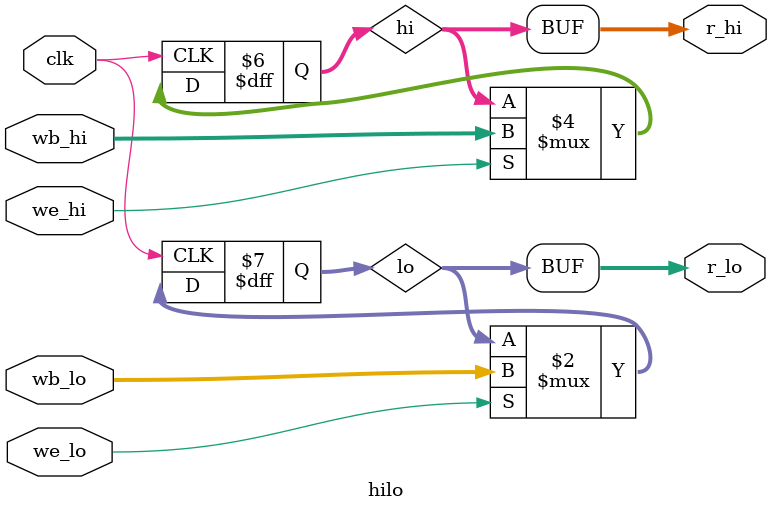
<source format=v>
module hilo(
    input wire clk,
   
    output wire [31:0] r_hi,
    output wire [31:0] r_lo,
    
    input wire we_hi,
    input wire we_lo,
    input wire [31:0] wb_hi,
    input wire [31:0] wb_lo
);
    reg [31:0] hi;
    reg [31:0] lo;
    // write
    always @ (posedge clk) begin
        if (we_hi) begin
            hi <= wb_hi;
        end
        if (we_lo) begin
            lo <= wb_lo;
        end
    end

    // read out 1
    assign r_hi = hi;

    // read out2
    assign r_lo = lo;
endmodule
</source>
